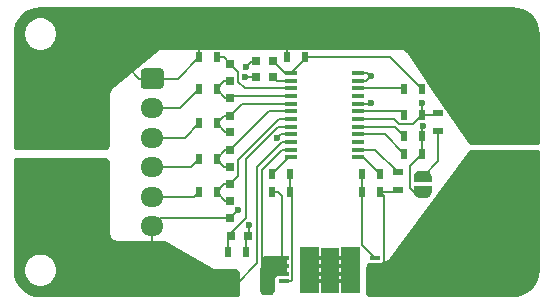
<source format=gtl>
G04 #@! TF.GenerationSoftware,KiCad,Pcbnew,(5.1.10)-1*
G04 #@! TF.CreationDate,2021-09-05T18:13:48+09:00*
G04 #@! TF.ProjectId,CellBalancing_BQ77915_5S,43656c6c-4261-46c6-916e-63696e675f42,rev?*
G04 #@! TF.SameCoordinates,Original*
G04 #@! TF.FileFunction,Copper,L1,Top*
G04 #@! TF.FilePolarity,Positive*
%FSLAX46Y46*%
G04 Gerber Fmt 4.6, Leading zero omitted, Abs format (unit mm)*
G04 Created by KiCad (PCBNEW (5.1.10)-1) date 2021-09-05 18:13:48*
%MOMM*%
%LPD*%
G01*
G04 APERTURE LIST*
G04 #@! TA.AperFunction,EtchedComponent*
%ADD10C,0.100000*%
G04 #@! TD*
G04 #@! TA.AperFunction,ComponentPad*
%ADD11O,1.700000X1.700000*%
G04 #@! TD*
G04 #@! TA.AperFunction,ComponentPad*
%ADD12R,1.700000X1.700000*%
G04 #@! TD*
G04 #@! TA.AperFunction,SMDPad,CuDef*
%ADD13R,1.100000X0.400000*%
G04 #@! TD*
G04 #@! TA.AperFunction,SMDPad,CuDef*
%ADD14R,0.750000X0.800000*%
G04 #@! TD*
G04 #@! TA.AperFunction,SMDPad,CuDef*
%ADD15R,0.800000X0.750000*%
G04 #@! TD*
G04 #@! TA.AperFunction,ComponentPad*
%ADD16C,5.516000*%
G04 #@! TD*
G04 #@! TA.AperFunction,ComponentPad*
%ADD17O,1.950000X1.700000*%
G04 #@! TD*
G04 #@! TA.AperFunction,SMDPad,CuDef*
%ADD18C,0.152400*%
G04 #@! TD*
G04 #@! TA.AperFunction,SMDPad,CuDef*
%ADD19R,0.500000X0.900000*%
G04 #@! TD*
G04 #@! TA.AperFunction,SMDPad,CuDef*
%ADD20R,0.900000X1.700000*%
G04 #@! TD*
G04 #@! TA.AperFunction,SMDPad,CuDef*
%ADD21R,0.900000X0.500000*%
G04 #@! TD*
G04 #@! TA.AperFunction,SMDPad,CuDef*
%ADD22R,0.863600X0.304800*%
G04 #@! TD*
G04 #@! TA.AperFunction,ViaPad*
%ADD23C,0.600000*%
G04 #@! TD*
G04 #@! TA.AperFunction,Conductor*
%ADD24C,0.200000*%
G04 #@! TD*
G04 #@! TA.AperFunction,Conductor*
%ADD25C,0.152400*%
G04 #@! TD*
G04 #@! TA.AperFunction,Conductor*
%ADD26C,0.050000*%
G04 #@! TD*
G04 #@! TA.AperFunction,Conductor*
%ADD27C,0.400000*%
G04 #@! TD*
G04 APERTURE END LIST*
D10*
G36*
X140200000Y-117700000D02*
G01*
X139100000Y-117700000D01*
X139100000Y-115300000D01*
X140200000Y-115300000D01*
X140200000Y-114600000D01*
X140500000Y-114600000D01*
X140500000Y-118400000D01*
X140200000Y-118400000D01*
X140200000Y-117700000D01*
G37*
X140200000Y-117700000D02*
X139100000Y-117700000D01*
X139100000Y-115300000D01*
X140200000Y-115300000D01*
X140200000Y-114600000D01*
X140500000Y-114600000D01*
X140500000Y-118400000D01*
X140200000Y-118400000D01*
X140200000Y-117700000D01*
G36*
X139000000Y-114600000D02*
G01*
X140500000Y-114600000D01*
X140500000Y-118400000D01*
X139000000Y-118400000D01*
X139000000Y-114600000D01*
G37*
X139000000Y-114600000D02*
X140500000Y-114600000D01*
X140500000Y-118400000D01*
X139000000Y-118400000D01*
X139000000Y-114600000D01*
G36*
X137000000Y-118400000D02*
G01*
X135500000Y-118400000D01*
X135500000Y-114600000D01*
X137000000Y-114600000D01*
X137000000Y-118400000D01*
G37*
X137000000Y-118400000D02*
X135500000Y-118400000D01*
X135500000Y-114600000D01*
X137000000Y-114600000D01*
X137000000Y-118400000D01*
G36*
X135800000Y-115300000D02*
G01*
X136900000Y-115300000D01*
X136900000Y-117700000D01*
X135800000Y-117700000D01*
X135800000Y-118400000D01*
X135500000Y-118400000D01*
X135500000Y-114600000D01*
X135800000Y-114600000D01*
X135800000Y-115300000D01*
G37*
X135800000Y-115300000D02*
X136900000Y-115300000D01*
X136900000Y-117700000D01*
X135800000Y-117700000D01*
X135800000Y-118400000D01*
X135500000Y-118400000D01*
X135500000Y-114600000D01*
X135800000Y-114600000D01*
X135800000Y-115300000D01*
D11*
X151460000Y-102280000D03*
X154000000Y-102280000D03*
X151460000Y-104820000D03*
X154000000Y-104820000D03*
X151460000Y-107360000D03*
X154000000Y-107360000D03*
X151460000Y-109900000D03*
D12*
X154000000Y-109900000D03*
D13*
X140450000Y-99825000D03*
X140450000Y-100475000D03*
X140450000Y-101125000D03*
X140450000Y-101775000D03*
X140450000Y-102425000D03*
X140450000Y-103075000D03*
X140450000Y-103725000D03*
X140450000Y-104375000D03*
X140450000Y-105025000D03*
X140450000Y-105675000D03*
X140450000Y-106325000D03*
X140450000Y-106975000D03*
X134750000Y-106975000D03*
X134750000Y-106325000D03*
X134750000Y-105675000D03*
X134750000Y-105025000D03*
X134750000Y-104375000D03*
X134750000Y-103725000D03*
X134750000Y-103075000D03*
X134750000Y-102425000D03*
X134750000Y-101775000D03*
X134750000Y-101125000D03*
X134750000Y-100475000D03*
X134750000Y-99825000D03*
D14*
X129600000Y-100550000D03*
X129600000Y-99050000D03*
X129600000Y-103450000D03*
X129600000Y-101950000D03*
X129600000Y-104850000D03*
X129600000Y-106350000D03*
X129600000Y-109250000D03*
X129600000Y-107750000D03*
X129600000Y-110650000D03*
X129600000Y-112150000D03*
D15*
X131150000Y-113600000D03*
X129650000Y-113600000D03*
X133250000Y-98800000D03*
X131750000Y-98800000D03*
X131750000Y-100200000D03*
X133250000Y-100200000D03*
D16*
X115100000Y-110300000D03*
X115100000Y-103100000D03*
G04 #@! TA.AperFunction,ComponentPad*
G36*
G01*
X122275000Y-99450000D02*
X123725000Y-99450000D01*
G75*
G02*
X123975000Y-99700000I0J-250000D01*
G01*
X123975000Y-100900000D01*
G75*
G02*
X123725000Y-101150000I-250000J0D01*
G01*
X122275000Y-101150000D01*
G75*
G02*
X122025000Y-100900000I0J250000D01*
G01*
X122025000Y-99700000D01*
G75*
G02*
X122275000Y-99450000I250000J0D01*
G01*
G37*
G04 #@! TD.AperFunction*
D17*
X123000000Y-102800000D03*
X123000000Y-105300000D03*
X123000000Y-107800000D03*
X123000000Y-110300000D03*
X123000000Y-112800000D03*
G04 #@! TA.AperFunction,SMDPad,CuDef*
D18*
G36*
X145150000Y-109100000D02*
G01*
X145150000Y-108600000D01*
X145150602Y-108600000D01*
X145150602Y-108575466D01*
X145155412Y-108526635D01*
X145164984Y-108478510D01*
X145179228Y-108431555D01*
X145198005Y-108386222D01*
X145221136Y-108342949D01*
X145248396Y-108302150D01*
X145279524Y-108264221D01*
X145314221Y-108229524D01*
X145352150Y-108198396D01*
X145392949Y-108171136D01*
X145436222Y-108148005D01*
X145481555Y-108129228D01*
X145528510Y-108114984D01*
X145576635Y-108105412D01*
X145625466Y-108100602D01*
X145650000Y-108100602D01*
X145650000Y-108100000D01*
X146150000Y-108100000D01*
X146150000Y-108100602D01*
X146174534Y-108100602D01*
X146223365Y-108105412D01*
X146271490Y-108114984D01*
X146318445Y-108129228D01*
X146363778Y-108148005D01*
X146407051Y-108171136D01*
X146447850Y-108198396D01*
X146485779Y-108229524D01*
X146520476Y-108264221D01*
X146551604Y-108302150D01*
X146578864Y-108342949D01*
X146601995Y-108386222D01*
X146620772Y-108431555D01*
X146635016Y-108478510D01*
X146644588Y-108526635D01*
X146649398Y-108575466D01*
X146649398Y-108600000D01*
X146650000Y-108600000D01*
X146650000Y-109100000D01*
X145150000Y-109100000D01*
G37*
G04 #@! TD.AperFunction*
G04 #@! TA.AperFunction,SMDPad,CuDef*
G36*
X146649398Y-109900000D02*
G01*
X146649398Y-109924534D01*
X146644588Y-109973365D01*
X146635016Y-110021490D01*
X146620772Y-110068445D01*
X146601995Y-110113778D01*
X146578864Y-110157051D01*
X146551604Y-110197850D01*
X146520476Y-110235779D01*
X146485779Y-110270476D01*
X146447850Y-110301604D01*
X146407051Y-110328864D01*
X146363778Y-110351995D01*
X146318445Y-110370772D01*
X146271490Y-110385016D01*
X146223365Y-110394588D01*
X146174534Y-110399398D01*
X146150000Y-110399398D01*
X146150000Y-110400000D01*
X145650000Y-110400000D01*
X145650000Y-110399398D01*
X145625466Y-110399398D01*
X145576635Y-110394588D01*
X145528510Y-110385016D01*
X145481555Y-110370772D01*
X145436222Y-110351995D01*
X145392949Y-110328864D01*
X145352150Y-110301604D01*
X145314221Y-110270476D01*
X145279524Y-110235779D01*
X145248396Y-110197850D01*
X145221136Y-110157051D01*
X145198005Y-110113778D01*
X145179228Y-110068445D01*
X145164984Y-110021490D01*
X145155412Y-109973365D01*
X145150602Y-109924534D01*
X145150602Y-109900000D01*
X145150000Y-109900000D01*
X145150000Y-109400000D01*
X146650000Y-109400000D01*
X146650000Y-109900000D01*
X146649398Y-109900000D01*
G37*
G04 #@! TD.AperFunction*
D19*
X134450000Y-98500000D03*
X135950000Y-98500000D03*
X128450000Y-98500000D03*
X126950000Y-98500000D03*
X126950000Y-101200000D03*
X128450000Y-101200000D03*
X128450000Y-104100000D03*
X126950000Y-104100000D03*
X126950000Y-107100000D03*
X128450000Y-107100000D03*
X128450000Y-109900000D03*
X126950000Y-109900000D03*
X130950000Y-115000000D03*
X129450000Y-115000000D03*
D20*
X129750000Y-117700000D03*
X132650000Y-117700000D03*
D19*
X134650000Y-108400000D03*
X133150000Y-108400000D03*
X134650000Y-109900000D03*
X133150000Y-109900000D03*
X140750000Y-108400000D03*
X142250000Y-108400000D03*
X140750000Y-109900000D03*
X142250000Y-109900000D03*
X144350000Y-101200000D03*
X145850000Y-101200000D03*
X145850000Y-103400000D03*
X144350000Y-103400000D03*
X144350000Y-105200000D03*
X145850000Y-105200000D03*
X145850000Y-106700000D03*
X144350000Y-106700000D03*
D21*
X143800000Y-109750000D03*
X143800000Y-108250000D03*
X147200000Y-103250000D03*
X147200000Y-104750000D03*
D22*
X138725200Y-117474999D03*
X138725200Y-116825001D03*
X138725200Y-116174999D03*
X138725200Y-115525001D03*
X141874800Y-115525001D03*
X141874800Y-116174999D03*
X141874800Y-116825001D03*
X141874800Y-117474999D03*
X134125200Y-115525001D03*
X134125200Y-116174999D03*
X134125200Y-116825001D03*
X134125200Y-117474999D03*
X137274800Y-117474999D03*
X137274800Y-116825001D03*
X137274800Y-116174999D03*
X137274800Y-115525001D03*
D23*
X143500000Y-116000000D03*
X143500000Y-116700000D03*
X143500000Y-117400000D03*
X143500000Y-118100000D03*
X144200000Y-118100000D03*
X144200000Y-117400000D03*
X144200000Y-116700000D03*
X144200000Y-116000000D03*
X144900000Y-118100000D03*
X144900000Y-117400000D03*
X144900000Y-116700000D03*
X144900000Y-116000000D03*
X144900000Y-115300000D03*
X144200000Y-115300000D03*
X144900000Y-114600000D03*
X145800000Y-102400000D03*
X136400000Y-114800000D03*
X139600000Y-114800000D03*
X136400000Y-118200000D03*
X139600000Y-118200000D03*
X138000000Y-115000000D03*
X138000000Y-118000000D03*
X130875015Y-100200000D03*
X133600000Y-105300000D03*
X141500000Y-102400000D03*
X141500000Y-100100000D03*
X130245380Y-111470591D03*
X131200000Y-112700000D03*
X128600000Y-116900000D03*
X128600000Y-117600000D03*
X128600000Y-118300000D03*
X127900000Y-118300000D03*
X127900000Y-117600000D03*
X127900000Y-116900000D03*
X127200000Y-116900000D03*
X127200000Y-117600000D03*
X127200000Y-118300000D03*
X130940216Y-99300010D03*
X145900000Y-104350002D03*
D24*
X129775000Y-101775000D02*
X134750000Y-101775000D01*
X129600000Y-101950000D02*
X129775000Y-101775000D01*
X129100000Y-100550000D02*
X128450000Y-101200000D01*
X129600000Y-100550000D02*
X129100000Y-100550000D01*
X129200000Y-101950000D02*
X128450000Y-101200000D01*
X129600000Y-101950000D02*
X129200000Y-101950000D01*
X129050000Y-98500000D02*
X129600000Y-99050000D01*
X128450000Y-98500000D02*
X129050000Y-98500000D01*
X134750000Y-101125000D02*
X130836996Y-101125000D01*
X130836996Y-101125000D02*
X130275001Y-100563005D01*
X130275001Y-100563005D02*
X130275001Y-99725001D01*
X130275001Y-99725001D02*
X129600000Y-99050000D01*
X130625000Y-102425000D02*
X134750000Y-102425000D01*
X129600000Y-103450000D02*
X130625000Y-102425000D01*
X129100000Y-103450000D02*
X128450000Y-104100000D01*
X129600000Y-103450000D02*
X129100000Y-103450000D01*
X129200000Y-104850000D02*
X128450000Y-104100000D01*
X129600000Y-104850000D02*
X129200000Y-104850000D01*
X132875000Y-103075000D02*
X134750000Y-103075000D01*
X129600000Y-106350000D02*
X132875000Y-103075000D01*
X129200000Y-106350000D02*
X128450000Y-107100000D01*
X129600000Y-106350000D02*
X129200000Y-106350000D01*
X129100000Y-107750000D02*
X128450000Y-107100000D01*
X129600000Y-107750000D02*
X129100000Y-107750000D01*
X129100000Y-109250000D02*
X128450000Y-109900000D01*
X129600000Y-109250000D02*
X129100000Y-109250000D01*
X129200000Y-110650000D02*
X128450000Y-109900000D01*
X129600000Y-110650000D02*
X129200000Y-110650000D01*
X133721296Y-103725000D02*
X130275001Y-107171295D01*
X134750000Y-103725000D02*
X133721296Y-103725000D01*
X130275001Y-107171295D02*
X130275001Y-108574999D01*
X130275001Y-108574999D02*
X129600000Y-109250000D01*
X143650000Y-109900000D02*
X143800000Y-109750000D01*
X142250000Y-109900000D02*
X143650000Y-109900000D01*
X142606601Y-116074998D02*
X142606601Y-110256601D01*
X142606601Y-110256601D02*
X142250000Y-109900000D01*
X142506600Y-116174999D02*
X142606601Y-116074998D01*
X141874800Y-116174999D02*
X142506600Y-116174999D01*
X129450000Y-113800000D02*
X129650000Y-113600000D01*
X129450000Y-115000000D02*
X129450000Y-113800000D01*
X130900000Y-107111996D02*
X130900000Y-112111996D01*
X134750000Y-104375000D02*
X133636996Y-104375000D01*
X133636996Y-104375000D02*
X130900000Y-107111996D01*
X130900000Y-112111996D02*
X129650000Y-113361996D01*
X129650000Y-113361996D02*
X129650000Y-113600000D01*
X134700000Y-99775000D02*
X134750000Y-99825000D01*
X134275000Y-99825000D02*
X133250000Y-98800000D01*
X134750000Y-99825000D02*
X134275000Y-99825000D01*
X135950000Y-98625000D02*
X134750000Y-99825000D01*
X135950000Y-98500000D02*
X135950000Y-98625000D01*
X143150000Y-98500000D02*
X145850000Y-101200000D01*
X135950000Y-98500000D02*
X143150000Y-98500000D01*
X133525000Y-100475000D02*
X134750000Y-100475000D01*
X133250000Y-100200000D02*
X133525000Y-100475000D01*
X125150000Y-100300000D02*
X126950000Y-98500000D01*
X123000000Y-100300000D02*
X125150000Y-100300000D01*
X134450000Y-98500000D02*
X134450000Y-98199998D01*
X134450000Y-98500000D02*
X134450000Y-97550000D01*
X126950000Y-98500000D02*
X126950000Y-97550000D01*
X123000000Y-100300000D02*
X121900000Y-100300000D01*
X121900000Y-100300000D02*
X121000000Y-99400000D01*
X125350000Y-102800000D02*
X126950000Y-101200000D01*
X123000000Y-102800000D02*
X125350000Y-102800000D01*
X125750000Y-105300000D02*
X126950000Y-104100000D01*
X123000000Y-105300000D02*
X125750000Y-105300000D01*
X126250000Y-107800000D02*
X126950000Y-107100000D01*
X123000000Y-107800000D02*
X126250000Y-107800000D01*
X126550000Y-110300000D02*
X126950000Y-109900000D01*
X123000000Y-110300000D02*
X126550000Y-110300000D01*
X147200000Y-107300000D02*
X145900000Y-108600000D01*
X147200000Y-104750000D02*
X147200000Y-107300000D01*
X134000000Y-110250000D02*
X133650000Y-109900000D01*
X134000000Y-116099801D02*
X134000000Y-110250000D01*
X134125200Y-116225001D02*
X134000000Y-116099801D01*
X133150000Y-109900000D02*
X133650000Y-109900000D01*
X134000000Y-106325000D02*
X132300000Y-108025000D01*
X134750000Y-106325000D02*
X134000000Y-106325000D01*
X132300000Y-116300000D02*
X132300000Y-108025000D01*
X132650000Y-116650000D02*
X132300000Y-116300000D01*
X132650000Y-117700000D02*
X132650000Y-116650000D01*
X134650000Y-108400000D02*
X134650000Y-109900000D01*
X134857001Y-110107001D02*
X134650000Y-109900000D01*
X134857001Y-117374998D02*
X134857001Y-117057001D01*
X134757000Y-117474999D02*
X134857001Y-117374998D01*
X134125200Y-117474999D02*
X134757000Y-117474999D01*
X134857001Y-117057001D02*
X134857001Y-110107001D01*
X134575000Y-106975000D02*
X133150000Y-108400000D01*
X134750000Y-106975000D02*
X134575000Y-106975000D01*
X140750000Y-108400000D02*
X140750000Y-109900000D01*
X140750000Y-114400201D02*
X141874800Y-115525001D01*
X140750000Y-109900000D02*
X140750000Y-114400201D01*
X140825000Y-106975000D02*
X142250000Y-108400000D01*
X140450000Y-106975000D02*
X140825000Y-106975000D01*
X144275000Y-101125000D02*
X144350000Y-101200000D01*
X140450000Y-101125000D02*
X144275000Y-101125000D01*
X145850000Y-103400000D02*
X145099999Y-104150001D01*
X145099999Y-104150001D02*
X143865701Y-104150001D01*
X143865701Y-104150001D02*
X143440700Y-103725000D01*
X143440700Y-103725000D02*
X140450000Y-103725000D01*
X147050000Y-103400000D02*
X147200000Y-103250000D01*
X145850000Y-103400000D02*
X147050000Y-103400000D01*
X145800000Y-103350000D02*
X145850000Y-103400000D01*
X145800000Y-102400000D02*
X145800000Y-103350000D01*
X144025000Y-103075000D02*
X140450000Y-103075000D01*
X144350000Y-103400000D02*
X144025000Y-103075000D01*
X143525000Y-104375000D02*
X144350000Y-105200000D01*
X140450000Y-104375000D02*
X143525000Y-104375000D01*
X142675000Y-105025000D02*
X144350000Y-106700000D01*
X140450000Y-105025000D02*
X142675000Y-105025000D01*
X141875000Y-106325000D02*
X140450000Y-106325000D01*
X143800000Y-108250000D02*
X141875000Y-106325000D01*
X131750000Y-100200000D02*
X130875015Y-100200000D01*
X133875000Y-105025000D02*
X133600000Y-105300000D01*
X134750000Y-105025000D02*
X133875000Y-105025000D01*
X130950000Y-113800000D02*
X131150000Y-113600000D01*
X130950000Y-115000000D02*
X130950000Y-113800000D01*
X123650000Y-112150000D02*
X123000000Y-112800000D01*
X129600000Y-112150000D02*
X123650000Y-112150000D01*
X141475000Y-102425000D02*
X141500000Y-102400000D01*
X140450000Y-102425000D02*
X141475000Y-102425000D01*
X141125000Y-100475000D02*
X141500000Y-100100000D01*
X140450000Y-100475000D02*
X141125000Y-100475000D01*
X141225000Y-99825000D02*
X141500000Y-100100000D01*
X140450000Y-99825000D02*
X141225000Y-99825000D01*
X131900000Y-107775000D02*
X131900000Y-115950000D01*
X134000000Y-105675000D02*
X131900000Y-107775000D01*
X134750000Y-105675000D02*
X134000000Y-105675000D01*
X130050000Y-117800000D02*
X131900000Y-115950000D01*
X129600000Y-112115971D02*
X130245380Y-111470591D01*
X129600000Y-112150000D02*
X129600000Y-112115971D01*
X131200000Y-113550000D02*
X131150000Y-113600000D01*
X131200000Y-112700000D02*
X131200000Y-113550000D01*
X123000000Y-112800000D02*
X123000000Y-114300000D01*
X131750000Y-98800000D02*
X131440226Y-98800000D01*
X131440226Y-98800000D02*
X130940216Y-99300010D01*
X145850000Y-105200000D02*
X145850000Y-106700000D01*
X144849990Y-107700010D02*
X145850000Y-106700000D01*
X144849990Y-109597582D02*
X144849990Y-107700010D01*
X145152408Y-109900000D02*
X144849990Y-109597582D01*
X145900000Y-109900000D02*
X145152408Y-109900000D01*
X145850000Y-104400002D02*
X145900000Y-104350002D01*
X145850000Y-105200000D02*
X145850000Y-104400002D01*
X134203307Y-115414464D02*
X134299567Y-115454336D01*
X134357001Y-115498407D01*
X134357001Y-116901593D01*
X134332147Y-116920664D01*
X133693400Y-116920664D01*
X133614986Y-116928387D01*
X133539586Y-116951259D01*
X133470097Y-116988402D01*
X133409189Y-117038388D01*
X133359203Y-117099296D01*
X133322060Y-117168785D01*
X133299188Y-117244185D01*
X133291465Y-117322599D01*
X133291465Y-117627399D01*
X133299188Y-117705813D01*
X133300000Y-117708490D01*
X133300000Y-118193441D01*
X133285536Y-118303307D01*
X133245664Y-118399567D01*
X133182232Y-118482232D01*
X133099567Y-118545664D01*
X133028743Y-118575000D01*
X132471257Y-118575000D01*
X132400433Y-118545664D01*
X132317768Y-118482232D01*
X132254336Y-118399567D01*
X132214464Y-118303307D01*
X132200000Y-118193441D01*
X132200000Y-116357106D01*
X132236181Y-116320925D01*
X132255264Y-116305264D01*
X132317746Y-116229129D01*
X132364175Y-116142267D01*
X132392765Y-116048017D01*
X132400000Y-115974560D01*
X132400000Y-115974559D01*
X132402419Y-115950001D01*
X132400000Y-115925443D01*
X132400000Y-115454668D01*
X132400433Y-115454336D01*
X132496693Y-115414464D01*
X132606559Y-115400000D01*
X134093441Y-115400000D01*
X134203307Y-115414464D01*
G04 #@! TA.AperFunction,Conductor*
D25*
G36*
X134203307Y-115414464D02*
G01*
X134299567Y-115454336D01*
X134357001Y-115498407D01*
X134357001Y-116901593D01*
X134332147Y-116920664D01*
X133693400Y-116920664D01*
X133614986Y-116928387D01*
X133539586Y-116951259D01*
X133470097Y-116988402D01*
X133409189Y-117038388D01*
X133359203Y-117099296D01*
X133322060Y-117168785D01*
X133299188Y-117244185D01*
X133291465Y-117322599D01*
X133291465Y-117627399D01*
X133299188Y-117705813D01*
X133300000Y-117708490D01*
X133300000Y-118193441D01*
X133285536Y-118303307D01*
X133245664Y-118399567D01*
X133182232Y-118482232D01*
X133099567Y-118545664D01*
X133028743Y-118575000D01*
X132471257Y-118575000D01*
X132400433Y-118545664D01*
X132317768Y-118482232D01*
X132254336Y-118399567D01*
X132214464Y-118303307D01*
X132200000Y-118193441D01*
X132200000Y-116357106D01*
X132236181Y-116320925D01*
X132255264Y-116305264D01*
X132317746Y-116229129D01*
X132364175Y-116142267D01*
X132392765Y-116048017D01*
X132400000Y-115974560D01*
X132400000Y-115974559D01*
X132402419Y-115950001D01*
X132400000Y-115925443D01*
X132400000Y-115454668D01*
X132400433Y-115454336D01*
X132496693Y-115414464D01*
X132606559Y-115400000D01*
X134093441Y-115400000D01*
X134203307Y-115414464D01*
G37*
G04 #@! TD.AperFunction*
D26*
X138722883Y-114641393D02*
X138725000Y-114642270D01*
X138725000Y-118357730D01*
X138722883Y-118358607D01*
X138598363Y-118375000D01*
X137401637Y-118375000D01*
X137277117Y-118358607D01*
X137275000Y-118357730D01*
X137275000Y-114642270D01*
X137277117Y-114641393D01*
X137401637Y-114625000D01*
X138598363Y-114625000D01*
X138722883Y-114641393D01*
G04 #@! TA.AperFunction,Conductor*
D25*
G36*
X138722883Y-114641393D02*
G01*
X138725000Y-114642270D01*
X138725000Y-118357730D01*
X138722883Y-118358607D01*
X138598363Y-118375000D01*
X137401637Y-118375000D01*
X137277117Y-118358607D01*
X137275000Y-118357730D01*
X137275000Y-114642270D01*
X137277117Y-114641393D01*
X137401637Y-114625000D01*
X138598363Y-114625000D01*
X138722883Y-114641393D01*
G37*
G04 #@! TD.AperFunction*
D27*
X118977199Y-107211889D02*
X119049138Y-107241687D01*
X119110912Y-107289088D01*
X119158313Y-107350862D01*
X119188111Y-107422801D01*
X119200000Y-107513109D01*
X119200000Y-113500000D01*
X119201711Y-113526105D01*
X119218748Y-113655515D01*
X119232261Y-113705947D01*
X119282211Y-113826537D01*
X119308317Y-113871753D01*
X119387777Y-113975306D01*
X119424694Y-114012223D01*
X119528247Y-114091683D01*
X119573463Y-114117789D01*
X119694053Y-114167739D01*
X119744485Y-114181252D01*
X119873895Y-114198289D01*
X119900000Y-114200000D01*
X123805704Y-114200000D01*
X123894418Y-114211465D01*
X123977299Y-114245102D01*
X127987219Y-116509528D01*
X128010350Y-116520696D01*
X128129104Y-116568893D01*
X128178684Y-116581925D01*
X128305790Y-116598351D01*
X128331423Y-116600000D01*
X129886891Y-116600000D01*
X129977199Y-116611889D01*
X130049138Y-116641687D01*
X130110912Y-116689088D01*
X130158313Y-116750862D01*
X130188111Y-116822801D01*
X130200000Y-116913109D01*
X130200000Y-118486891D01*
X130188400Y-118575000D01*
X113520790Y-118575000D01*
X113097358Y-118533482D01*
X112710057Y-118416549D01*
X112352837Y-118226612D01*
X112039319Y-117970913D01*
X111781437Y-117659186D01*
X111589012Y-117303303D01*
X111469378Y-116916829D01*
X111425000Y-116494597D01*
X111425000Y-116348564D01*
X111962440Y-116348564D01*
X111962440Y-116651436D01*
X112021527Y-116948490D01*
X112137432Y-117228308D01*
X112305699Y-117480138D01*
X112519862Y-117694301D01*
X112771692Y-117862568D01*
X113051510Y-117978473D01*
X113348564Y-118037560D01*
X113651436Y-118037560D01*
X113948490Y-117978473D01*
X114228308Y-117862568D01*
X114480138Y-117694301D01*
X114694301Y-117480138D01*
X114862568Y-117228308D01*
X114978473Y-116948490D01*
X115037560Y-116651436D01*
X115037560Y-116348564D01*
X114978473Y-116051510D01*
X114862568Y-115771692D01*
X114694301Y-115519862D01*
X114480138Y-115305699D01*
X114228308Y-115137432D01*
X113948490Y-115021527D01*
X113651436Y-114962440D01*
X113348564Y-114962440D01*
X113051510Y-115021527D01*
X112771692Y-115137432D01*
X112519862Y-115305699D01*
X112305699Y-115519862D01*
X112137432Y-115771692D01*
X112021527Y-116051510D01*
X111962440Y-116348564D01*
X111425000Y-116348564D01*
X111425000Y-107211600D01*
X111513109Y-107200000D01*
X118886891Y-107200000D01*
X118977199Y-107211889D01*
G04 #@! TA.AperFunction,Conductor*
D25*
G36*
X118977199Y-107211889D02*
G01*
X119049138Y-107241687D01*
X119110912Y-107289088D01*
X119158313Y-107350862D01*
X119188111Y-107422801D01*
X119200000Y-107513109D01*
X119200000Y-113500000D01*
X119201711Y-113526105D01*
X119218748Y-113655515D01*
X119232261Y-113705947D01*
X119282211Y-113826537D01*
X119308317Y-113871753D01*
X119387777Y-113975306D01*
X119424694Y-114012223D01*
X119528247Y-114091683D01*
X119573463Y-114117789D01*
X119694053Y-114167739D01*
X119744485Y-114181252D01*
X119873895Y-114198289D01*
X119900000Y-114200000D01*
X123805704Y-114200000D01*
X123894418Y-114211465D01*
X123977299Y-114245102D01*
X127987219Y-116509528D01*
X128010350Y-116520696D01*
X128129104Y-116568893D01*
X128178684Y-116581925D01*
X128305790Y-116598351D01*
X128331423Y-116600000D01*
X129886891Y-116600000D01*
X129977199Y-116611889D01*
X130049138Y-116641687D01*
X130110912Y-116689088D01*
X130158313Y-116750862D01*
X130188111Y-116822801D01*
X130200000Y-116913109D01*
X130200000Y-118486891D01*
X130188400Y-118575000D01*
X113520790Y-118575000D01*
X113097358Y-118533482D01*
X112710057Y-118416549D01*
X112352837Y-118226612D01*
X112039319Y-117970913D01*
X111781437Y-117659186D01*
X111589012Y-117303303D01*
X111469378Y-116916829D01*
X111425000Y-116494597D01*
X111425000Y-116348564D01*
X111962440Y-116348564D01*
X111962440Y-116651436D01*
X112021527Y-116948490D01*
X112137432Y-117228308D01*
X112305699Y-117480138D01*
X112519862Y-117694301D01*
X112771692Y-117862568D01*
X113051510Y-117978473D01*
X113348564Y-118037560D01*
X113651436Y-118037560D01*
X113948490Y-117978473D01*
X114228308Y-117862568D01*
X114480138Y-117694301D01*
X114694301Y-117480138D01*
X114862568Y-117228308D01*
X114978473Y-116948490D01*
X115037560Y-116651436D01*
X115037560Y-116348564D01*
X114978473Y-116051510D01*
X114862568Y-115771692D01*
X114694301Y-115519862D01*
X114480138Y-115305699D01*
X114228308Y-115137432D01*
X113948490Y-115021527D01*
X113651436Y-114962440D01*
X113348564Y-114962440D01*
X113051510Y-115021527D01*
X112771692Y-115137432D01*
X112519862Y-115305699D01*
X112305699Y-115519862D01*
X112137432Y-115771692D01*
X112021527Y-116051510D01*
X111962440Y-116348564D01*
X111425000Y-116348564D01*
X111425000Y-107211600D01*
X111513109Y-107200000D01*
X118886891Y-107200000D01*
X118977199Y-107211889D01*
G37*
G04 #@! TD.AperFunction*
D27*
X153902640Y-94466517D02*
X154289946Y-94583452D01*
X154647159Y-94773386D01*
X154960682Y-95029088D01*
X155218562Y-95340813D01*
X155410988Y-95696697D01*
X155530622Y-96083170D01*
X155575001Y-96505412D01*
X155575001Y-105688400D01*
X155486891Y-105700000D01*
X150178313Y-105700000D01*
X150068081Y-105682100D01*
X149983652Y-105637829D01*
X149906239Y-105557335D01*
X147985471Y-102779081D01*
X147984197Y-102776697D01*
X147981825Y-102773806D01*
X146454403Y-100564499D01*
X146434197Y-100526697D01*
X146396572Y-100480851D01*
X144613610Y-97901923D01*
X144593252Y-97877024D01*
X144482144Y-97761493D01*
X144452328Y-97736034D01*
X144430868Y-97723002D01*
X144288912Y-97648566D01*
X144252572Y-97633850D01*
X144228091Y-97628278D01*
X144069876Y-97602586D01*
X144037819Y-97600000D01*
X123781025Y-97600000D01*
X123746463Y-97603009D01*
X123576250Y-97632873D01*
X123538483Y-97643401D01*
X123511253Y-97656405D01*
X123361374Y-97742430D01*
X123332896Y-97762245D01*
X119451871Y-100996433D01*
X119430879Y-101016696D01*
X119333850Y-101125108D01*
X119301761Y-101173658D01*
X119240050Y-101305413D01*
X119223296Y-101361145D01*
X119202128Y-101505088D01*
X119200000Y-101534187D01*
X119200000Y-105786891D01*
X119188111Y-105877199D01*
X119158313Y-105949138D01*
X119110912Y-106010912D01*
X119049138Y-106058313D01*
X118977199Y-106088111D01*
X118886891Y-106100000D01*
X111513109Y-106100000D01*
X111425000Y-106088400D01*
X111425000Y-96520790D01*
X111441886Y-96348564D01*
X111962440Y-96348564D01*
X111962440Y-96651436D01*
X112021527Y-96948490D01*
X112137432Y-97228308D01*
X112305699Y-97480138D01*
X112519862Y-97694301D01*
X112771692Y-97862568D01*
X113051510Y-97978473D01*
X113348564Y-98037560D01*
X113651436Y-98037560D01*
X113948490Y-97978473D01*
X114228308Y-97862568D01*
X114480138Y-97694301D01*
X114694301Y-97480138D01*
X114862568Y-97228308D01*
X114978473Y-96948490D01*
X115037560Y-96651436D01*
X115037560Y-96348564D01*
X114978473Y-96051510D01*
X114862568Y-95771692D01*
X114694301Y-95519862D01*
X114480138Y-95305699D01*
X114228308Y-95137432D01*
X113948490Y-95021527D01*
X113651436Y-94962440D01*
X113348564Y-94962440D01*
X113051510Y-95021527D01*
X112771692Y-95137432D01*
X112519862Y-95305699D01*
X112305699Y-95519862D01*
X112137432Y-95771692D01*
X112021527Y-96051510D01*
X111962440Y-96348564D01*
X111441886Y-96348564D01*
X111466517Y-96097360D01*
X111583452Y-95710054D01*
X111773386Y-95352841D01*
X112029088Y-95039318D01*
X112340813Y-94781438D01*
X112696697Y-94589012D01*
X113083170Y-94469378D01*
X113505403Y-94425000D01*
X153479210Y-94425000D01*
X153902640Y-94466517D01*
G04 #@! TA.AperFunction,Conductor*
D25*
G36*
X153902640Y-94466517D02*
G01*
X154289946Y-94583452D01*
X154647159Y-94773386D01*
X154960682Y-95029088D01*
X155218562Y-95340813D01*
X155410988Y-95696697D01*
X155530622Y-96083170D01*
X155575001Y-96505412D01*
X155575001Y-105688400D01*
X155486891Y-105700000D01*
X150178313Y-105700000D01*
X150068081Y-105682100D01*
X149983652Y-105637829D01*
X149906239Y-105557335D01*
X147985471Y-102779081D01*
X147984197Y-102776697D01*
X147981825Y-102773806D01*
X146454403Y-100564499D01*
X146434197Y-100526697D01*
X146396572Y-100480851D01*
X144613610Y-97901923D01*
X144593252Y-97877024D01*
X144482144Y-97761493D01*
X144452328Y-97736034D01*
X144430868Y-97723002D01*
X144288912Y-97648566D01*
X144252572Y-97633850D01*
X144228091Y-97628278D01*
X144069876Y-97602586D01*
X144037819Y-97600000D01*
X123781025Y-97600000D01*
X123746463Y-97603009D01*
X123576250Y-97632873D01*
X123538483Y-97643401D01*
X123511253Y-97656405D01*
X123361374Y-97742430D01*
X123332896Y-97762245D01*
X119451871Y-100996433D01*
X119430879Y-101016696D01*
X119333850Y-101125108D01*
X119301761Y-101173658D01*
X119240050Y-101305413D01*
X119223296Y-101361145D01*
X119202128Y-101505088D01*
X119200000Y-101534187D01*
X119200000Y-105786891D01*
X119188111Y-105877199D01*
X119158313Y-105949138D01*
X119110912Y-106010912D01*
X119049138Y-106058313D01*
X118977199Y-106088111D01*
X118886891Y-106100000D01*
X111513109Y-106100000D01*
X111425000Y-106088400D01*
X111425000Y-96520790D01*
X111441886Y-96348564D01*
X111962440Y-96348564D01*
X111962440Y-96651436D01*
X112021527Y-96948490D01*
X112137432Y-97228308D01*
X112305699Y-97480138D01*
X112519862Y-97694301D01*
X112771692Y-97862568D01*
X113051510Y-97978473D01*
X113348564Y-98037560D01*
X113651436Y-98037560D01*
X113948490Y-97978473D01*
X114228308Y-97862568D01*
X114480138Y-97694301D01*
X114694301Y-97480138D01*
X114862568Y-97228308D01*
X114978473Y-96948490D01*
X115037560Y-96651436D01*
X115037560Y-96348564D01*
X114978473Y-96051510D01*
X114862568Y-95771692D01*
X114694301Y-95519862D01*
X114480138Y-95305699D01*
X114228308Y-95137432D01*
X113948490Y-95021527D01*
X113651436Y-94962440D01*
X113348564Y-94962440D01*
X113051510Y-95021527D01*
X112771692Y-95137432D01*
X112519862Y-95305699D01*
X112305699Y-95519862D01*
X112137432Y-95771692D01*
X112021527Y-96051510D01*
X111962440Y-96348564D01*
X111441886Y-96348564D01*
X111466517Y-96097360D01*
X111583452Y-95710054D01*
X111773386Y-95352841D01*
X112029088Y-95039318D01*
X112340813Y-94781438D01*
X112696697Y-94589012D01*
X113083170Y-94469378D01*
X113505403Y-94425000D01*
X153479210Y-94425000D01*
X153902640Y-94466517D01*
G37*
G04 #@! TD.AperFunction*
D27*
X155575000Y-106511600D02*
X155575000Y-116479210D01*
X155533482Y-116902642D01*
X155416549Y-117289943D01*
X155226612Y-117647163D01*
X154970913Y-117960681D01*
X154659186Y-118218563D01*
X154303303Y-118410988D01*
X153916829Y-118530622D01*
X153494597Y-118575000D01*
X141311600Y-118575000D01*
X141300000Y-118486891D01*
X141300000Y-116313109D01*
X141311889Y-116222801D01*
X141341687Y-116150862D01*
X141389088Y-116089088D01*
X141406484Y-116075740D01*
X141443000Y-116079336D01*
X142306600Y-116079336D01*
X142385014Y-116071613D01*
X142460414Y-116048741D01*
X142529903Y-116011598D01*
X142544035Y-116000000D01*
X142549473Y-116000000D01*
X142580315Y-115997608D01*
X142732682Y-115973827D01*
X142770641Y-115964013D01*
X142791434Y-115955029D01*
X142929308Y-115885946D01*
X142962471Y-115865031D01*
X142979536Y-115850139D01*
X143089800Y-115742328D01*
X143110180Y-115719055D01*
X149900936Y-106632833D01*
X149977788Y-106557690D01*
X150059845Y-106516575D01*
X150166043Y-106500000D01*
X155486891Y-106500000D01*
X155575000Y-106511600D01*
G04 #@! TA.AperFunction,Conductor*
D25*
G36*
X155575000Y-106511600D02*
G01*
X155575000Y-116479210D01*
X155533482Y-116902642D01*
X155416549Y-117289943D01*
X155226612Y-117647163D01*
X154970913Y-117960681D01*
X154659186Y-118218563D01*
X154303303Y-118410988D01*
X153916829Y-118530622D01*
X153494597Y-118575000D01*
X141311600Y-118575000D01*
X141300000Y-118486891D01*
X141300000Y-116313109D01*
X141311889Y-116222801D01*
X141341687Y-116150862D01*
X141389088Y-116089088D01*
X141406484Y-116075740D01*
X141443000Y-116079336D01*
X142306600Y-116079336D01*
X142385014Y-116071613D01*
X142460414Y-116048741D01*
X142529903Y-116011598D01*
X142544035Y-116000000D01*
X142549473Y-116000000D01*
X142580315Y-115997608D01*
X142732682Y-115973827D01*
X142770641Y-115964013D01*
X142791434Y-115955029D01*
X142929308Y-115885946D01*
X142962471Y-115865031D01*
X142979536Y-115850139D01*
X143089800Y-115742328D01*
X143110180Y-115719055D01*
X149900936Y-106632833D01*
X149977788Y-106557690D01*
X150059845Y-106516575D01*
X150166043Y-106500000D01*
X155486891Y-106500000D01*
X155575000Y-106511600D01*
G37*
G04 #@! TD.AperFunction*
M02*

</source>
